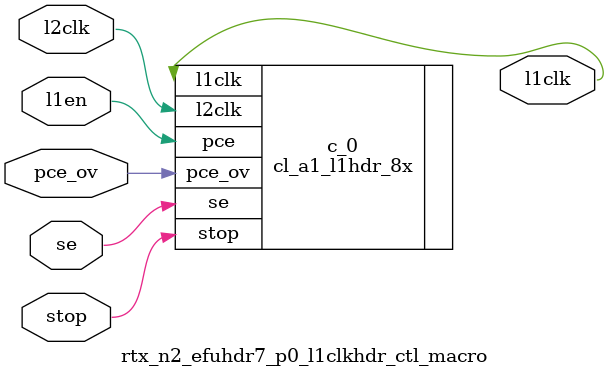
<source format=v>






module rtx_n2_efuhdr7_p0_l1clkhdr_ctl_macro (
  l2clk, 
  l1en, 
  pce_ov, 
  stop, 
  se, 
  l1clk);


  input l2clk;
  input l1en;
  input pce_ov;
  input stop;
  input se;
  output l1clk;



 

cl_a1_l1hdr_8x c_0 (


   .l2clk(l2clk),
   .pce(l1en),
   .l1clk(l1clk),
  .se(se),
  .pce_ov(pce_ov),
  .stop(stop)
);



endmodule









</source>
